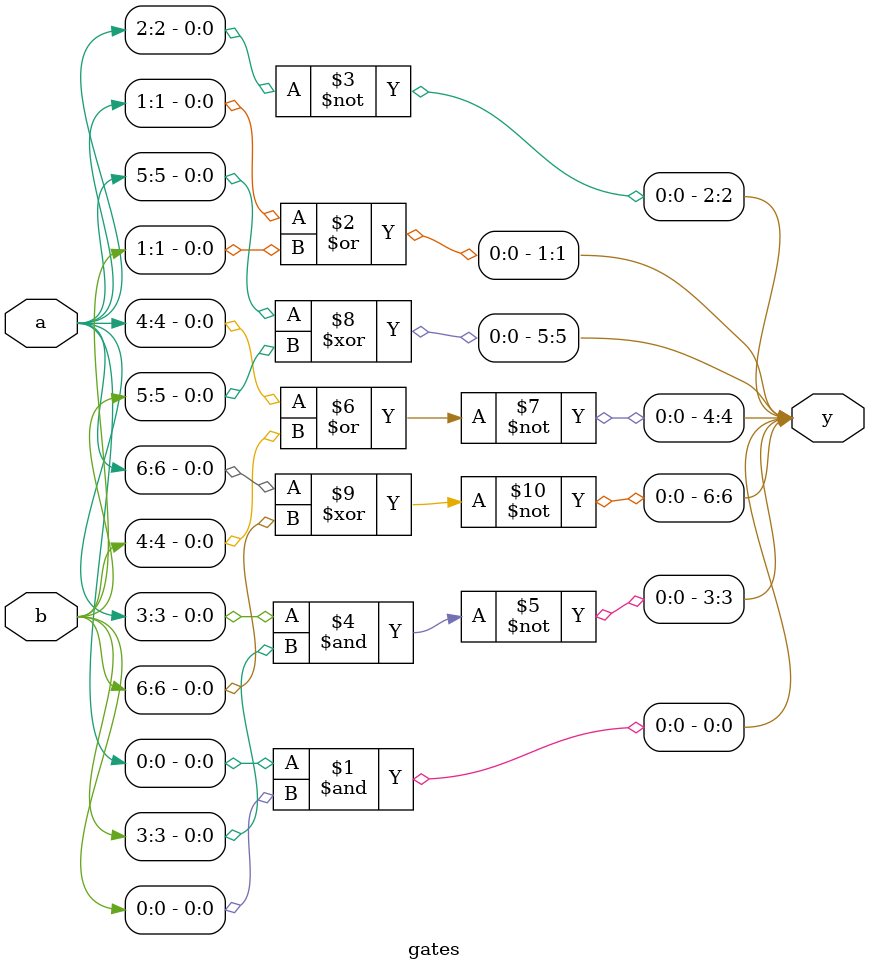
<source format=v>
module gates(y,a,b);
input [6:0] a,b;
output [6:0] y;
//and
assign y[0]=a[0]&b[0];
//or
assign y[1]=a[1]|b[1];
//not
assign y[2]= ~a[2];
//nand
assign y[3]= ~(a[3]&b[3]);
//nor
assign y[4]= ~(a[4]|b[4]);
//xor
assign y[5]=a[5]^b[5];
//xnor
assign y[6]= ~(a[6]^b[6]);
endmodule

</source>
